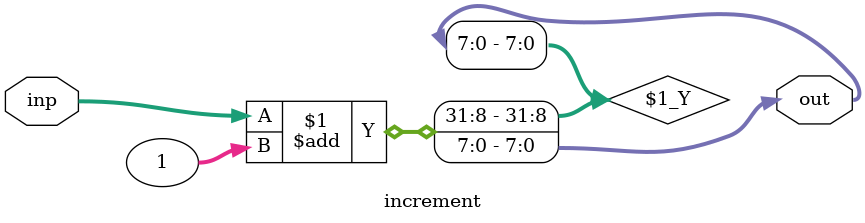
<source format=v>
module increment(
    inp, 
    out
);
    // address widht
    parameter addr_width = 8;

    //input output declaration 
    input [addr_width-1:0] inp;
    output [addr_width-1:0] out;

    // Logic 
    assign out = inp + 1;
    
endmodule

</source>
